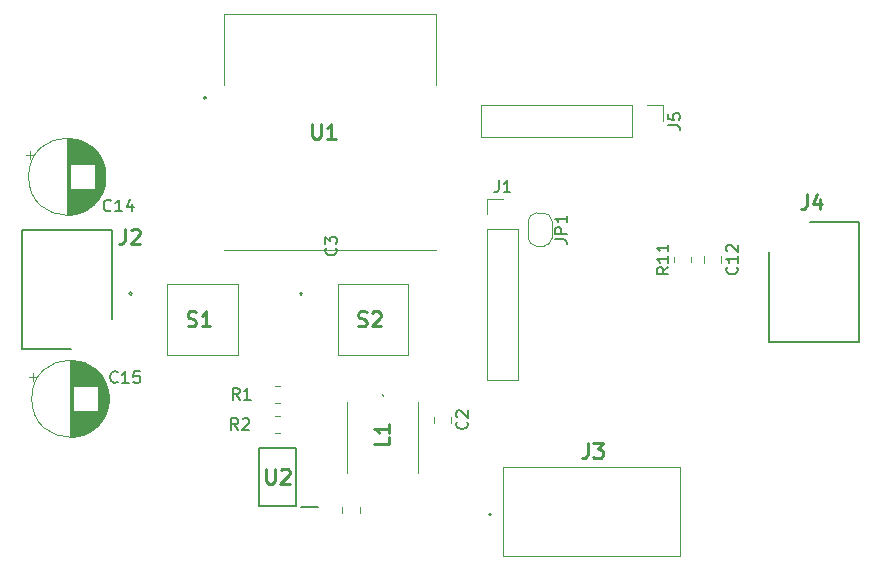
<source format=gbr>
%TF.GenerationSoftware,KiCad,Pcbnew,(5.1.8-0-10_14)*%
%TF.CreationDate,2021-08-05T18:18:29-06:00*%
%TF.ProjectId,ESP8266_Water_Sensor,45535038-3236-4365-9f57-617465725f53,rev?*%
%TF.SameCoordinates,Original*%
%TF.FileFunction,Legend,Top*%
%TF.FilePolarity,Positive*%
%FSLAX46Y46*%
G04 Gerber Fmt 4.6, Leading zero omitted, Abs format (unit mm)*
G04 Created by KiCad (PCBNEW (5.1.8-0-10_14)) date 2021-08-05 18:18:29*
%MOMM*%
%LPD*%
G01*
G04 APERTURE LIST*
%ADD10C,0.200000*%
%ADD11C,0.100000*%
%ADD12C,0.120000*%
%ADD13C,0.254000*%
%ADD14C,0.150000*%
G04 APERTURE END LIST*
D10*
%TO.C,U1*%
X132175000Y-85365000D02*
X132175000Y-85365000D01*
X132375000Y-85365000D02*
X132375000Y-85365000D01*
X132175000Y-85365000D02*
X132175000Y-85365000D01*
D11*
X151875000Y-84265000D02*
X151875000Y-78265000D01*
X151875000Y-84265000D02*
X151875000Y-84265000D01*
X151875000Y-78265000D02*
X151875000Y-84265000D01*
X151875000Y-78265000D02*
X151875000Y-78265000D01*
X133875000Y-78265000D02*
X133875000Y-84265000D01*
X133875000Y-78265000D02*
X133875000Y-78265000D01*
X133875000Y-84265000D02*
X133875000Y-78265000D01*
X133875000Y-84265000D02*
X133875000Y-84265000D01*
X151875000Y-98265000D02*
X151875000Y-98265000D01*
X133875000Y-98265000D02*
X151875000Y-98265000D01*
X133875000Y-98265000D02*
X133875000Y-98265000D01*
X151875000Y-98265000D02*
X133875000Y-98265000D01*
X133875000Y-78265000D02*
X133875000Y-78265000D01*
X151875000Y-78265000D02*
X133875000Y-78265000D01*
X151875000Y-78265000D02*
X151875000Y-78265000D01*
X133875000Y-78265000D02*
X151875000Y-78265000D01*
D10*
X132375000Y-85365000D02*
G75*
G02*
X132175000Y-85365000I-100000J0D01*
G01*
X132175000Y-85365000D02*
G75*
G02*
X132375000Y-85365000I100000J0D01*
G01*
X132375000Y-85365000D02*
G75*
G02*
X132175000Y-85365000I-100000J0D01*
G01*
D12*
%TO.C,C2*%
X153135000Y-112366248D02*
X153135000Y-112888752D01*
X151665000Y-112366248D02*
X151665000Y-112888752D01*
%TO.C,C3*%
X145388000Y-120539052D02*
X145388000Y-120016548D01*
X143918000Y-120539052D02*
X143918000Y-120016548D01*
%TO.C,C12*%
X175995000Y-98798748D02*
X175995000Y-99321252D01*
X174525000Y-98798748D02*
X174525000Y-99321252D01*
%TO.C,J1*%
X156150000Y-93920000D02*
X157480000Y-93920000D01*
X156150000Y-95250000D02*
X156150000Y-93920000D01*
X156150000Y-96520000D02*
X158810000Y-96520000D01*
X158810000Y-96520000D02*
X158810000Y-109280000D01*
X156150000Y-96520000D02*
X156150000Y-109280000D01*
X156150000Y-109280000D02*
X158810000Y-109280000D01*
D10*
%TO.C,J2*%
X124404000Y-104140000D02*
X124404000Y-96540000D01*
X124404000Y-96540000D02*
X116804000Y-96540000D01*
X116804000Y-96540000D02*
X116804000Y-106640000D01*
X116804000Y-106640000D02*
X120904000Y-106640000D01*
%TO.C,J4*%
X187615000Y-95925000D02*
X183515000Y-95925000D01*
X187615000Y-106025000D02*
X187615000Y-95925000D01*
X180015000Y-106025000D02*
X187615000Y-106025000D01*
X180015000Y-98425000D02*
X180015000Y-106025000D01*
D12*
%TO.C,J5*%
X155692800Y-86020600D02*
X155692800Y-88680600D01*
X168452800Y-86020600D02*
X155692800Y-86020600D01*
X168452800Y-88680600D02*
X155692800Y-88680600D01*
X168452800Y-86020600D02*
X168452800Y-88680600D01*
X169722800Y-86020600D02*
X171052800Y-86020600D01*
X171052800Y-86020600D02*
X171052800Y-87350600D01*
%TO.C,JP1*%
X160355000Y-95120000D02*
X160955000Y-95120000D01*
X159655000Y-97220000D02*
X159655000Y-95820000D01*
X160955000Y-97920000D02*
X160355000Y-97920000D01*
X161655000Y-95820000D02*
X161655000Y-97220000D01*
X160955000Y-95120000D02*
G75*
G02*
X161655000Y-95820000I0J-700000D01*
G01*
X159655000Y-95820000D02*
G75*
G02*
X160355000Y-95120000I700000J0D01*
G01*
X160355000Y-97920000D02*
G75*
G02*
X159655000Y-97220000I0J700000D01*
G01*
X161655000Y-97220000D02*
G75*
G02*
X160955000Y-97920000I-700000J0D01*
G01*
D11*
%TO.C,L1*%
X147320000Y-110510000D02*
X147320000Y-110510000D01*
X147320000Y-110610000D02*
X147320000Y-110610000D01*
X144320000Y-111110000D02*
X144320000Y-117110000D01*
X150320000Y-111110000D02*
X150320000Y-117110000D01*
X147320000Y-110510000D02*
G75*
G03*
X147320000Y-110610000I0J-50000D01*
G01*
X147320000Y-110610000D02*
G75*
G03*
X147320000Y-110510000I0J50000D01*
G01*
D12*
%TO.C,R1*%
X138657064Y-111225000D02*
X138202936Y-111225000D01*
X138657064Y-109755000D02*
X138202936Y-109755000D01*
%TO.C,R2*%
X138202936Y-112295000D02*
X138657064Y-112295000D01*
X138202936Y-113765000D02*
X138657064Y-113765000D01*
%TO.C,R11*%
X173455000Y-99287064D02*
X173455000Y-98832936D01*
X171985000Y-99287064D02*
X171985000Y-98832936D01*
D11*
%TO.C,S1*%
X129080000Y-101140000D02*
X135080000Y-101140000D01*
X135080000Y-101140000D02*
X135080000Y-107140000D01*
X135080000Y-107140000D02*
X129080000Y-107140000D01*
X129080000Y-107140000D02*
X129080000Y-101140000D01*
D10*
X125980000Y-101840000D02*
X125980000Y-101840000D01*
X125980000Y-102040000D02*
X125980000Y-102040000D01*
X125980000Y-101840000D02*
G75*
G03*
X125980000Y-102040000I0J-100000D01*
G01*
X125980000Y-102040000D02*
G75*
G03*
X125980000Y-101840000I0J100000D01*
G01*
%TO.C,S2*%
X140407200Y-102040000D02*
X140407200Y-102040000D01*
X140407200Y-101840000D02*
X140407200Y-101840000D01*
D11*
X143507200Y-107140000D02*
X143507200Y-101140000D01*
X149507200Y-107140000D02*
X143507200Y-107140000D01*
X149507200Y-101140000D02*
X149507200Y-107140000D01*
X143507200Y-101140000D02*
X149507200Y-101140000D01*
D10*
X140407200Y-102040000D02*
G75*
G03*
X140407200Y-101840000I0J100000D01*
G01*
X140407200Y-101840000D02*
G75*
G03*
X140407200Y-102040000I0J-100000D01*
G01*
%TO.C,U2*%
X141880000Y-120055000D02*
X140380000Y-120055000D01*
X140030000Y-115025000D02*
X140030000Y-119925000D01*
X136830000Y-115025000D02*
X140030000Y-115025000D01*
X136830000Y-119925000D02*
X136830000Y-115025000D01*
X140030000Y-119925000D02*
X136830000Y-119925000D01*
%TO.C,J3*%
X156320000Y-120650000D02*
X156320000Y-120650000D01*
X156520000Y-120650000D02*
X156520000Y-120650000D01*
D11*
X157520000Y-124150000D02*
X157520000Y-116650000D01*
X172520000Y-124150000D02*
X157520000Y-124150000D01*
X172520000Y-116650000D02*
X172520000Y-124150000D01*
X157520000Y-116650000D02*
X172520000Y-116650000D01*
D10*
X156320000Y-120650000D02*
G75*
G02*
X156520000Y-120650000I100000J0D01*
G01*
X156520000Y-120650000D02*
G75*
G02*
X156320000Y-120650000I-100000J0D01*
G01*
D12*
%TO.C,C14*%
X117433959Y-89895600D02*
X117433959Y-90525600D01*
X117118959Y-90210600D02*
X117748959Y-90210600D01*
X123860200Y-91647600D02*
X123860200Y-92451600D01*
X123820200Y-91416600D02*
X123820200Y-92682600D01*
X123780200Y-91247600D02*
X123780200Y-92851600D01*
X123740200Y-91109600D02*
X123740200Y-92989600D01*
X123700200Y-90990600D02*
X123700200Y-93108600D01*
X123660200Y-90884600D02*
X123660200Y-93214600D01*
X123620200Y-90787600D02*
X123620200Y-93311600D01*
X123580200Y-90699600D02*
X123580200Y-93399600D01*
X123540200Y-90617600D02*
X123540200Y-93481600D01*
X123500200Y-90540600D02*
X123500200Y-93558600D01*
X123460200Y-90468600D02*
X123460200Y-93630600D01*
X123420200Y-90399600D02*
X123420200Y-93699600D01*
X123380200Y-90335600D02*
X123380200Y-93763600D01*
X123340200Y-90273600D02*
X123340200Y-93825600D01*
X123300200Y-90215600D02*
X123300200Y-93883600D01*
X123260200Y-90159600D02*
X123260200Y-93939600D01*
X123220200Y-90105600D02*
X123220200Y-93993600D01*
X123180200Y-90054600D02*
X123180200Y-94044600D01*
X123140200Y-90005600D02*
X123140200Y-94093600D01*
X123100200Y-89957600D02*
X123100200Y-94141600D01*
X123060200Y-89912600D02*
X123060200Y-94186600D01*
X123020200Y-89867600D02*
X123020200Y-94231600D01*
X122980200Y-89825600D02*
X122980200Y-94273600D01*
X122940200Y-89784600D02*
X122940200Y-94314600D01*
X122900200Y-93089600D02*
X122900200Y-94354600D01*
X122900200Y-89744600D02*
X122900200Y-91009600D01*
X122860200Y-93089600D02*
X122860200Y-94392600D01*
X122860200Y-89706600D02*
X122860200Y-91009600D01*
X122820200Y-93089600D02*
X122820200Y-94429600D01*
X122820200Y-89669600D02*
X122820200Y-91009600D01*
X122780200Y-93089600D02*
X122780200Y-94465600D01*
X122780200Y-89633600D02*
X122780200Y-91009600D01*
X122740200Y-93089600D02*
X122740200Y-94499600D01*
X122740200Y-89599600D02*
X122740200Y-91009600D01*
X122700200Y-93089600D02*
X122700200Y-94533600D01*
X122700200Y-89565600D02*
X122700200Y-91009600D01*
X122660200Y-93089600D02*
X122660200Y-94565600D01*
X122660200Y-89533600D02*
X122660200Y-91009600D01*
X122620200Y-93089600D02*
X122620200Y-94597600D01*
X122620200Y-89501600D02*
X122620200Y-91009600D01*
X122580200Y-93089600D02*
X122580200Y-94627600D01*
X122580200Y-89471600D02*
X122580200Y-91009600D01*
X122540200Y-93089600D02*
X122540200Y-94656600D01*
X122540200Y-89442600D02*
X122540200Y-91009600D01*
X122500200Y-93089600D02*
X122500200Y-94685600D01*
X122500200Y-89413600D02*
X122500200Y-91009600D01*
X122460200Y-93089600D02*
X122460200Y-94713600D01*
X122460200Y-89385600D02*
X122460200Y-91009600D01*
X122420200Y-93089600D02*
X122420200Y-94739600D01*
X122420200Y-89359600D02*
X122420200Y-91009600D01*
X122380200Y-93089600D02*
X122380200Y-94765600D01*
X122380200Y-89333600D02*
X122380200Y-91009600D01*
X122340200Y-93089600D02*
X122340200Y-94791600D01*
X122340200Y-89307600D02*
X122340200Y-91009600D01*
X122300200Y-93089600D02*
X122300200Y-94815600D01*
X122300200Y-89283600D02*
X122300200Y-91009600D01*
X122260200Y-93089600D02*
X122260200Y-94839600D01*
X122260200Y-89259600D02*
X122260200Y-91009600D01*
X122220200Y-93089600D02*
X122220200Y-94861600D01*
X122220200Y-89237600D02*
X122220200Y-91009600D01*
X122180200Y-93089600D02*
X122180200Y-94883600D01*
X122180200Y-89215600D02*
X122180200Y-91009600D01*
X122140200Y-93089600D02*
X122140200Y-94905600D01*
X122140200Y-89193600D02*
X122140200Y-91009600D01*
X122100200Y-93089600D02*
X122100200Y-94925600D01*
X122100200Y-89173600D02*
X122100200Y-91009600D01*
X122060200Y-93089600D02*
X122060200Y-94945600D01*
X122060200Y-89153600D02*
X122060200Y-91009600D01*
X122020200Y-93089600D02*
X122020200Y-94965600D01*
X122020200Y-89133600D02*
X122020200Y-91009600D01*
X121980200Y-93089600D02*
X121980200Y-94983600D01*
X121980200Y-89115600D02*
X121980200Y-91009600D01*
X121940200Y-93089600D02*
X121940200Y-95001600D01*
X121940200Y-89097600D02*
X121940200Y-91009600D01*
X121900200Y-93089600D02*
X121900200Y-95019600D01*
X121900200Y-89079600D02*
X121900200Y-91009600D01*
X121860200Y-93089600D02*
X121860200Y-95035600D01*
X121860200Y-89063600D02*
X121860200Y-91009600D01*
X121820200Y-93089600D02*
X121820200Y-95051600D01*
X121820200Y-89047600D02*
X121820200Y-91009600D01*
X121780200Y-93089600D02*
X121780200Y-95067600D01*
X121780200Y-89031600D02*
X121780200Y-91009600D01*
X121740200Y-93089600D02*
X121740200Y-95082600D01*
X121740200Y-89016600D02*
X121740200Y-91009600D01*
X121700200Y-93089600D02*
X121700200Y-95096600D01*
X121700200Y-89002600D02*
X121700200Y-91009600D01*
X121660200Y-93089600D02*
X121660200Y-95110600D01*
X121660200Y-88988600D02*
X121660200Y-91009600D01*
X121620200Y-93089600D02*
X121620200Y-95123600D01*
X121620200Y-88975600D02*
X121620200Y-91009600D01*
X121580200Y-93089600D02*
X121580200Y-95135600D01*
X121580200Y-88963600D02*
X121580200Y-91009600D01*
X121540200Y-93089600D02*
X121540200Y-95147600D01*
X121540200Y-88951600D02*
X121540200Y-91009600D01*
X121500200Y-93089600D02*
X121500200Y-95159600D01*
X121500200Y-88939600D02*
X121500200Y-91009600D01*
X121460200Y-93089600D02*
X121460200Y-95170600D01*
X121460200Y-88928600D02*
X121460200Y-91009600D01*
X121420200Y-93089600D02*
X121420200Y-95180600D01*
X121420200Y-88918600D02*
X121420200Y-91009600D01*
X121380200Y-93089600D02*
X121380200Y-95190600D01*
X121380200Y-88908600D02*
X121380200Y-91009600D01*
X121340200Y-93089600D02*
X121340200Y-95199600D01*
X121340200Y-88899600D02*
X121340200Y-91009600D01*
X121299200Y-93089600D02*
X121299200Y-95208600D01*
X121299200Y-88890600D02*
X121299200Y-91009600D01*
X121259200Y-93089600D02*
X121259200Y-95216600D01*
X121259200Y-88882600D02*
X121259200Y-91009600D01*
X121219200Y-93089600D02*
X121219200Y-95224600D01*
X121219200Y-88874600D02*
X121219200Y-91009600D01*
X121179200Y-93089600D02*
X121179200Y-95231600D01*
X121179200Y-88867600D02*
X121179200Y-91009600D01*
X121139200Y-93089600D02*
X121139200Y-95238600D01*
X121139200Y-88860600D02*
X121139200Y-91009600D01*
X121099200Y-93089600D02*
X121099200Y-95244600D01*
X121099200Y-88854600D02*
X121099200Y-91009600D01*
X121059200Y-93089600D02*
X121059200Y-95250600D01*
X121059200Y-88848600D02*
X121059200Y-91009600D01*
X121019200Y-93089600D02*
X121019200Y-95255600D01*
X121019200Y-88843600D02*
X121019200Y-91009600D01*
X120979200Y-93089600D02*
X120979200Y-95260600D01*
X120979200Y-88838600D02*
X120979200Y-91009600D01*
X120939200Y-93089600D02*
X120939200Y-95264600D01*
X120939200Y-88834600D02*
X120939200Y-91009600D01*
X120899200Y-93089600D02*
X120899200Y-95267600D01*
X120899200Y-88831600D02*
X120899200Y-91009600D01*
X120859200Y-93089600D02*
X120859200Y-95271600D01*
X120859200Y-88827600D02*
X120859200Y-91009600D01*
X120819200Y-88825600D02*
X120819200Y-95273600D01*
X120779200Y-88822600D02*
X120779200Y-95276600D01*
X120739200Y-88821600D02*
X120739200Y-95277600D01*
X120699200Y-88819600D02*
X120699200Y-95279600D01*
X120659200Y-88819600D02*
X120659200Y-95279600D01*
X120619200Y-88819600D02*
X120619200Y-95279600D01*
X123889200Y-92049600D02*
G75*
G03*
X123889200Y-92049600I-3270000J0D01*
G01*
%TO.C,C15*%
X124154000Y-110845600D02*
G75*
G03*
X124154000Y-110845600I-3270000J0D01*
G01*
X120884000Y-107615600D02*
X120884000Y-114075600D01*
X120924000Y-107615600D02*
X120924000Y-114075600D01*
X120964000Y-107615600D02*
X120964000Y-114075600D01*
X121004000Y-107617600D02*
X121004000Y-114073600D01*
X121044000Y-107618600D02*
X121044000Y-114072600D01*
X121084000Y-107621600D02*
X121084000Y-114069600D01*
X121124000Y-107623600D02*
X121124000Y-109805600D01*
X121124000Y-111885600D02*
X121124000Y-114067600D01*
X121164000Y-107627600D02*
X121164000Y-109805600D01*
X121164000Y-111885600D02*
X121164000Y-114063600D01*
X121204000Y-107630600D02*
X121204000Y-109805600D01*
X121204000Y-111885600D02*
X121204000Y-114060600D01*
X121244000Y-107634600D02*
X121244000Y-109805600D01*
X121244000Y-111885600D02*
X121244000Y-114056600D01*
X121284000Y-107639600D02*
X121284000Y-109805600D01*
X121284000Y-111885600D02*
X121284000Y-114051600D01*
X121324000Y-107644600D02*
X121324000Y-109805600D01*
X121324000Y-111885600D02*
X121324000Y-114046600D01*
X121364000Y-107650600D02*
X121364000Y-109805600D01*
X121364000Y-111885600D02*
X121364000Y-114040600D01*
X121404000Y-107656600D02*
X121404000Y-109805600D01*
X121404000Y-111885600D02*
X121404000Y-114034600D01*
X121444000Y-107663600D02*
X121444000Y-109805600D01*
X121444000Y-111885600D02*
X121444000Y-114027600D01*
X121484000Y-107670600D02*
X121484000Y-109805600D01*
X121484000Y-111885600D02*
X121484000Y-114020600D01*
X121524000Y-107678600D02*
X121524000Y-109805600D01*
X121524000Y-111885600D02*
X121524000Y-114012600D01*
X121564000Y-107686600D02*
X121564000Y-109805600D01*
X121564000Y-111885600D02*
X121564000Y-114004600D01*
X121605000Y-107695600D02*
X121605000Y-109805600D01*
X121605000Y-111885600D02*
X121605000Y-113995600D01*
X121645000Y-107704600D02*
X121645000Y-109805600D01*
X121645000Y-111885600D02*
X121645000Y-113986600D01*
X121685000Y-107714600D02*
X121685000Y-109805600D01*
X121685000Y-111885600D02*
X121685000Y-113976600D01*
X121725000Y-107724600D02*
X121725000Y-109805600D01*
X121725000Y-111885600D02*
X121725000Y-113966600D01*
X121765000Y-107735600D02*
X121765000Y-109805600D01*
X121765000Y-111885600D02*
X121765000Y-113955600D01*
X121805000Y-107747600D02*
X121805000Y-109805600D01*
X121805000Y-111885600D02*
X121805000Y-113943600D01*
X121845000Y-107759600D02*
X121845000Y-109805600D01*
X121845000Y-111885600D02*
X121845000Y-113931600D01*
X121885000Y-107771600D02*
X121885000Y-109805600D01*
X121885000Y-111885600D02*
X121885000Y-113919600D01*
X121925000Y-107784600D02*
X121925000Y-109805600D01*
X121925000Y-111885600D02*
X121925000Y-113906600D01*
X121965000Y-107798600D02*
X121965000Y-109805600D01*
X121965000Y-111885600D02*
X121965000Y-113892600D01*
X122005000Y-107812600D02*
X122005000Y-109805600D01*
X122005000Y-111885600D02*
X122005000Y-113878600D01*
X122045000Y-107827600D02*
X122045000Y-109805600D01*
X122045000Y-111885600D02*
X122045000Y-113863600D01*
X122085000Y-107843600D02*
X122085000Y-109805600D01*
X122085000Y-111885600D02*
X122085000Y-113847600D01*
X122125000Y-107859600D02*
X122125000Y-109805600D01*
X122125000Y-111885600D02*
X122125000Y-113831600D01*
X122165000Y-107875600D02*
X122165000Y-109805600D01*
X122165000Y-111885600D02*
X122165000Y-113815600D01*
X122205000Y-107893600D02*
X122205000Y-109805600D01*
X122205000Y-111885600D02*
X122205000Y-113797600D01*
X122245000Y-107911600D02*
X122245000Y-109805600D01*
X122245000Y-111885600D02*
X122245000Y-113779600D01*
X122285000Y-107929600D02*
X122285000Y-109805600D01*
X122285000Y-111885600D02*
X122285000Y-113761600D01*
X122325000Y-107949600D02*
X122325000Y-109805600D01*
X122325000Y-111885600D02*
X122325000Y-113741600D01*
X122365000Y-107969600D02*
X122365000Y-109805600D01*
X122365000Y-111885600D02*
X122365000Y-113721600D01*
X122405000Y-107989600D02*
X122405000Y-109805600D01*
X122405000Y-111885600D02*
X122405000Y-113701600D01*
X122445000Y-108011600D02*
X122445000Y-109805600D01*
X122445000Y-111885600D02*
X122445000Y-113679600D01*
X122485000Y-108033600D02*
X122485000Y-109805600D01*
X122485000Y-111885600D02*
X122485000Y-113657600D01*
X122525000Y-108055600D02*
X122525000Y-109805600D01*
X122525000Y-111885600D02*
X122525000Y-113635600D01*
X122565000Y-108079600D02*
X122565000Y-109805600D01*
X122565000Y-111885600D02*
X122565000Y-113611600D01*
X122605000Y-108103600D02*
X122605000Y-109805600D01*
X122605000Y-111885600D02*
X122605000Y-113587600D01*
X122645000Y-108129600D02*
X122645000Y-109805600D01*
X122645000Y-111885600D02*
X122645000Y-113561600D01*
X122685000Y-108155600D02*
X122685000Y-109805600D01*
X122685000Y-111885600D02*
X122685000Y-113535600D01*
X122725000Y-108181600D02*
X122725000Y-109805600D01*
X122725000Y-111885600D02*
X122725000Y-113509600D01*
X122765000Y-108209600D02*
X122765000Y-109805600D01*
X122765000Y-111885600D02*
X122765000Y-113481600D01*
X122805000Y-108238600D02*
X122805000Y-109805600D01*
X122805000Y-111885600D02*
X122805000Y-113452600D01*
X122845000Y-108267600D02*
X122845000Y-109805600D01*
X122845000Y-111885600D02*
X122845000Y-113423600D01*
X122885000Y-108297600D02*
X122885000Y-109805600D01*
X122885000Y-111885600D02*
X122885000Y-113393600D01*
X122925000Y-108329600D02*
X122925000Y-109805600D01*
X122925000Y-111885600D02*
X122925000Y-113361600D01*
X122965000Y-108361600D02*
X122965000Y-109805600D01*
X122965000Y-111885600D02*
X122965000Y-113329600D01*
X123005000Y-108395600D02*
X123005000Y-109805600D01*
X123005000Y-111885600D02*
X123005000Y-113295600D01*
X123045000Y-108429600D02*
X123045000Y-109805600D01*
X123045000Y-111885600D02*
X123045000Y-113261600D01*
X123085000Y-108465600D02*
X123085000Y-109805600D01*
X123085000Y-111885600D02*
X123085000Y-113225600D01*
X123125000Y-108502600D02*
X123125000Y-109805600D01*
X123125000Y-111885600D02*
X123125000Y-113188600D01*
X123165000Y-108540600D02*
X123165000Y-109805600D01*
X123165000Y-111885600D02*
X123165000Y-113150600D01*
X123205000Y-108580600D02*
X123205000Y-113110600D01*
X123245000Y-108621600D02*
X123245000Y-113069600D01*
X123285000Y-108663600D02*
X123285000Y-113027600D01*
X123325000Y-108708600D02*
X123325000Y-112982600D01*
X123365000Y-108753600D02*
X123365000Y-112937600D01*
X123405000Y-108801600D02*
X123405000Y-112889600D01*
X123445000Y-108850600D02*
X123445000Y-112840600D01*
X123485000Y-108901600D02*
X123485000Y-112789600D01*
X123525000Y-108955600D02*
X123525000Y-112735600D01*
X123565000Y-109011600D02*
X123565000Y-112679600D01*
X123605000Y-109069600D02*
X123605000Y-112621600D01*
X123645000Y-109131600D02*
X123645000Y-112559600D01*
X123685000Y-109195600D02*
X123685000Y-112495600D01*
X123725000Y-109264600D02*
X123725000Y-112426600D01*
X123765000Y-109336600D02*
X123765000Y-112354600D01*
X123805000Y-109413600D02*
X123805000Y-112277600D01*
X123845000Y-109495600D02*
X123845000Y-112195600D01*
X123885000Y-109583600D02*
X123885000Y-112107600D01*
X123925000Y-109680600D02*
X123925000Y-112010600D01*
X123965000Y-109786600D02*
X123965000Y-111904600D01*
X124005000Y-109905600D02*
X124005000Y-111785600D01*
X124045000Y-110043600D02*
X124045000Y-111647600D01*
X124085000Y-110212600D02*
X124085000Y-111478600D01*
X124125000Y-110443600D02*
X124125000Y-111247600D01*
X117383759Y-109006600D02*
X118013759Y-109006600D01*
X117698759Y-108691600D02*
X117698759Y-109321600D01*
%TO.C,U1*%
D13*
X141357380Y-87569523D02*
X141357380Y-88597619D01*
X141417857Y-88718571D01*
X141478333Y-88779047D01*
X141599285Y-88839523D01*
X141841190Y-88839523D01*
X141962142Y-88779047D01*
X142022619Y-88718571D01*
X142083095Y-88597619D01*
X142083095Y-87569523D01*
X143353095Y-88839523D02*
X142627380Y-88839523D01*
X142990238Y-88839523D02*
X142990238Y-87569523D01*
X142869285Y-87750952D01*
X142748333Y-87871904D01*
X142627380Y-87932380D01*
%TO.C,C2*%
D14*
X154437142Y-112794166D02*
X154484761Y-112841785D01*
X154532380Y-112984642D01*
X154532380Y-113079880D01*
X154484761Y-113222738D01*
X154389523Y-113317976D01*
X154294285Y-113365595D01*
X154103809Y-113413214D01*
X153960952Y-113413214D01*
X153770476Y-113365595D01*
X153675238Y-113317976D01*
X153580000Y-113222738D01*
X153532380Y-113079880D01*
X153532380Y-112984642D01*
X153580000Y-112841785D01*
X153627619Y-112794166D01*
X153627619Y-112413214D02*
X153580000Y-112365595D01*
X153532380Y-112270357D01*
X153532380Y-112032261D01*
X153580000Y-111937023D01*
X153627619Y-111889404D01*
X153722857Y-111841785D01*
X153818095Y-111841785D01*
X153960952Y-111889404D01*
X154532380Y-112460833D01*
X154532380Y-111841785D01*
%TO.C,C3*%
X143359142Y-98083666D02*
X143406761Y-98131285D01*
X143454380Y-98274142D01*
X143454380Y-98369380D01*
X143406761Y-98512238D01*
X143311523Y-98607476D01*
X143216285Y-98655095D01*
X143025809Y-98702714D01*
X142882952Y-98702714D01*
X142692476Y-98655095D01*
X142597238Y-98607476D01*
X142502000Y-98512238D01*
X142454380Y-98369380D01*
X142454380Y-98274142D01*
X142502000Y-98131285D01*
X142549619Y-98083666D01*
X142454380Y-97750333D02*
X142454380Y-97131285D01*
X142835333Y-97464619D01*
X142835333Y-97321761D01*
X142882952Y-97226523D01*
X142930571Y-97178904D01*
X143025809Y-97131285D01*
X143263904Y-97131285D01*
X143359142Y-97178904D01*
X143406761Y-97226523D01*
X143454380Y-97321761D01*
X143454380Y-97607476D01*
X143406761Y-97702714D01*
X143359142Y-97750333D01*
%TO.C,C12*%
X177297142Y-99702857D02*
X177344761Y-99750476D01*
X177392380Y-99893333D01*
X177392380Y-99988571D01*
X177344761Y-100131428D01*
X177249523Y-100226666D01*
X177154285Y-100274285D01*
X176963809Y-100321904D01*
X176820952Y-100321904D01*
X176630476Y-100274285D01*
X176535238Y-100226666D01*
X176440000Y-100131428D01*
X176392380Y-99988571D01*
X176392380Y-99893333D01*
X176440000Y-99750476D01*
X176487619Y-99702857D01*
X177392380Y-98750476D02*
X177392380Y-99321904D01*
X177392380Y-99036190D02*
X176392380Y-99036190D01*
X176535238Y-99131428D01*
X176630476Y-99226666D01*
X176678095Y-99321904D01*
X176487619Y-98369523D02*
X176440000Y-98321904D01*
X176392380Y-98226666D01*
X176392380Y-97988571D01*
X176440000Y-97893333D01*
X176487619Y-97845714D01*
X176582857Y-97798095D01*
X176678095Y-97798095D01*
X176820952Y-97845714D01*
X177392380Y-98417142D01*
X177392380Y-97798095D01*
%TO.C,J1*%
X157146666Y-92372380D02*
X157146666Y-93086666D01*
X157099047Y-93229523D01*
X157003809Y-93324761D01*
X156860952Y-93372380D01*
X156765714Y-93372380D01*
X158146666Y-93372380D02*
X157575238Y-93372380D01*
X157860952Y-93372380D02*
X157860952Y-92372380D01*
X157765714Y-92515238D01*
X157670476Y-92610476D01*
X157575238Y-92658095D01*
%TO.C,J2*%
D13*
X125509866Y-96484923D02*
X125509866Y-97392066D01*
X125449390Y-97573495D01*
X125328438Y-97694447D01*
X125147009Y-97754923D01*
X125026057Y-97754923D01*
X126054152Y-96605876D02*
X126114628Y-96545400D01*
X126235580Y-96484923D01*
X126537961Y-96484923D01*
X126658914Y-96545400D01*
X126719390Y-96605876D01*
X126779866Y-96726828D01*
X126779866Y-96847780D01*
X126719390Y-97029209D01*
X125993676Y-97754923D01*
X126779866Y-97754923D01*
%TO.C,J4*%
X183218666Y-93538523D02*
X183218666Y-94445666D01*
X183158190Y-94627095D01*
X183037238Y-94748047D01*
X182855809Y-94808523D01*
X182734857Y-94808523D01*
X184367714Y-93961857D02*
X184367714Y-94808523D01*
X184065333Y-93478047D02*
X183762952Y-94385190D01*
X184549142Y-94385190D01*
%TO.C,J5*%
D14*
X171505180Y-87683933D02*
X172219466Y-87683933D01*
X172362323Y-87731552D01*
X172457561Y-87826790D01*
X172505180Y-87969647D01*
X172505180Y-88064885D01*
X171505180Y-86731552D02*
X171505180Y-87207742D01*
X171981371Y-87255361D01*
X171933752Y-87207742D01*
X171886133Y-87112504D01*
X171886133Y-86874409D01*
X171933752Y-86779171D01*
X171981371Y-86731552D01*
X172076609Y-86683933D01*
X172314704Y-86683933D01*
X172409942Y-86731552D01*
X172457561Y-86779171D01*
X172505180Y-86874409D01*
X172505180Y-87112504D01*
X172457561Y-87207742D01*
X172409942Y-87255361D01*
%TO.C,JP1*%
X161907380Y-97353333D02*
X162621666Y-97353333D01*
X162764523Y-97400952D01*
X162859761Y-97496190D01*
X162907380Y-97639047D01*
X162907380Y-97734285D01*
X162907380Y-96877142D02*
X161907380Y-96877142D01*
X161907380Y-96496190D01*
X161955000Y-96400952D01*
X162002619Y-96353333D01*
X162097857Y-96305714D01*
X162240714Y-96305714D01*
X162335952Y-96353333D01*
X162383571Y-96400952D01*
X162431190Y-96496190D01*
X162431190Y-96877142D01*
X162907380Y-95353333D02*
X162907380Y-95924761D01*
X162907380Y-95639047D02*
X161907380Y-95639047D01*
X162050238Y-95734285D01*
X162145476Y-95829523D01*
X162193095Y-95924761D01*
%TO.C,L1*%
D13*
X147894523Y-114096666D02*
X147894523Y-114701428D01*
X146624523Y-114701428D01*
X147894523Y-113008095D02*
X147894523Y-113733809D01*
X147894523Y-113370952D02*
X146624523Y-113370952D01*
X146805952Y-113491904D01*
X146926904Y-113612857D01*
X146987380Y-113733809D01*
%TO.C,R1*%
D14*
X135215333Y-110942380D02*
X134882000Y-110466190D01*
X134643904Y-110942380D02*
X134643904Y-109942380D01*
X135024857Y-109942380D01*
X135120095Y-109990000D01*
X135167714Y-110037619D01*
X135215333Y-110132857D01*
X135215333Y-110275714D01*
X135167714Y-110370952D01*
X135120095Y-110418571D01*
X135024857Y-110466190D01*
X134643904Y-110466190D01*
X136167714Y-110942380D02*
X135596285Y-110942380D01*
X135882000Y-110942380D02*
X135882000Y-109942380D01*
X135786761Y-110085238D01*
X135691523Y-110180476D01*
X135596285Y-110228095D01*
%TO.C,R2*%
X135088333Y-113482380D02*
X134755000Y-113006190D01*
X134516904Y-113482380D02*
X134516904Y-112482380D01*
X134897857Y-112482380D01*
X134993095Y-112530000D01*
X135040714Y-112577619D01*
X135088333Y-112672857D01*
X135088333Y-112815714D01*
X135040714Y-112910952D01*
X134993095Y-112958571D01*
X134897857Y-113006190D01*
X134516904Y-113006190D01*
X135469285Y-112577619D02*
X135516904Y-112530000D01*
X135612142Y-112482380D01*
X135850238Y-112482380D01*
X135945476Y-112530000D01*
X135993095Y-112577619D01*
X136040714Y-112672857D01*
X136040714Y-112768095D01*
X135993095Y-112910952D01*
X135421666Y-113482380D01*
X136040714Y-113482380D01*
%TO.C,R11*%
X171522380Y-99702857D02*
X171046190Y-100036190D01*
X171522380Y-100274285D02*
X170522380Y-100274285D01*
X170522380Y-99893333D01*
X170570000Y-99798095D01*
X170617619Y-99750476D01*
X170712857Y-99702857D01*
X170855714Y-99702857D01*
X170950952Y-99750476D01*
X170998571Y-99798095D01*
X171046190Y-99893333D01*
X171046190Y-100274285D01*
X171522380Y-98750476D02*
X171522380Y-99321904D01*
X171522380Y-99036190D02*
X170522380Y-99036190D01*
X170665238Y-99131428D01*
X170760476Y-99226666D01*
X170808095Y-99321904D01*
X171522380Y-97798095D02*
X171522380Y-98369523D01*
X171522380Y-98083809D02*
X170522380Y-98083809D01*
X170665238Y-98179047D01*
X170760476Y-98274285D01*
X170808095Y-98369523D01*
%TO.C,S1*%
D13*
X130812380Y-104654047D02*
X130993809Y-104714523D01*
X131296190Y-104714523D01*
X131417142Y-104654047D01*
X131477619Y-104593571D01*
X131538095Y-104472619D01*
X131538095Y-104351666D01*
X131477619Y-104230714D01*
X131417142Y-104170238D01*
X131296190Y-104109761D01*
X131054285Y-104049285D01*
X130933333Y-103988809D01*
X130872857Y-103928333D01*
X130812380Y-103807380D01*
X130812380Y-103686428D01*
X130872857Y-103565476D01*
X130933333Y-103505000D01*
X131054285Y-103444523D01*
X131356666Y-103444523D01*
X131538095Y-103505000D01*
X132747619Y-104714523D02*
X132021904Y-104714523D01*
X132384761Y-104714523D02*
X132384761Y-103444523D01*
X132263809Y-103625952D01*
X132142857Y-103746904D01*
X132021904Y-103807380D01*
%TO.C,S2*%
X145239580Y-104654047D02*
X145421009Y-104714523D01*
X145723390Y-104714523D01*
X145844342Y-104654047D01*
X145904819Y-104593571D01*
X145965295Y-104472619D01*
X145965295Y-104351666D01*
X145904819Y-104230714D01*
X145844342Y-104170238D01*
X145723390Y-104109761D01*
X145481485Y-104049285D01*
X145360533Y-103988809D01*
X145300057Y-103928333D01*
X145239580Y-103807380D01*
X145239580Y-103686428D01*
X145300057Y-103565476D01*
X145360533Y-103505000D01*
X145481485Y-103444523D01*
X145783866Y-103444523D01*
X145965295Y-103505000D01*
X146449104Y-103565476D02*
X146509580Y-103505000D01*
X146630533Y-103444523D01*
X146932914Y-103444523D01*
X147053866Y-103505000D01*
X147114342Y-103565476D01*
X147174819Y-103686428D01*
X147174819Y-103807380D01*
X147114342Y-103988809D01*
X146388628Y-104714523D01*
X147174819Y-104714523D01*
%TO.C,U2*%
X137462380Y-116779523D02*
X137462380Y-117807619D01*
X137522857Y-117928571D01*
X137583333Y-117989047D01*
X137704285Y-118049523D01*
X137946190Y-118049523D01*
X138067142Y-117989047D01*
X138127619Y-117928571D01*
X138188095Y-117807619D01*
X138188095Y-116779523D01*
X138732380Y-116900476D02*
X138792857Y-116840000D01*
X138913809Y-116779523D01*
X139216190Y-116779523D01*
X139337142Y-116840000D01*
X139397619Y-116900476D01*
X139458095Y-117021428D01*
X139458095Y-117142380D01*
X139397619Y-117323809D01*
X138671904Y-118049523D01*
X139458095Y-118049523D01*
%TO.C,J3*%
X164676666Y-114620523D02*
X164676666Y-115527666D01*
X164616190Y-115709095D01*
X164495238Y-115830047D01*
X164313809Y-115890523D01*
X164192857Y-115890523D01*
X165160476Y-114620523D02*
X165946666Y-114620523D01*
X165523333Y-115104333D01*
X165704761Y-115104333D01*
X165825714Y-115164809D01*
X165886190Y-115225285D01*
X165946666Y-115346238D01*
X165946666Y-115648619D01*
X165886190Y-115769571D01*
X165825714Y-115830047D01*
X165704761Y-115890523D01*
X165341904Y-115890523D01*
X165220952Y-115830047D01*
X165160476Y-115769571D01*
%TO.C,C14*%
D14*
X124325142Y-94895942D02*
X124277523Y-94943561D01*
X124134666Y-94991180D01*
X124039428Y-94991180D01*
X123896571Y-94943561D01*
X123801333Y-94848323D01*
X123753714Y-94753085D01*
X123706095Y-94562609D01*
X123706095Y-94419752D01*
X123753714Y-94229276D01*
X123801333Y-94134038D01*
X123896571Y-94038800D01*
X124039428Y-93991180D01*
X124134666Y-93991180D01*
X124277523Y-94038800D01*
X124325142Y-94086419D01*
X125277523Y-94991180D02*
X124706095Y-94991180D01*
X124991809Y-94991180D02*
X124991809Y-93991180D01*
X124896571Y-94134038D01*
X124801333Y-94229276D01*
X124706095Y-94276895D01*
X126134666Y-94324514D02*
X126134666Y-94991180D01*
X125896571Y-93943561D02*
X125658476Y-94657847D01*
X126277523Y-94657847D01*
%TO.C,C15*%
X124883942Y-109424742D02*
X124836323Y-109472361D01*
X124693466Y-109519980D01*
X124598228Y-109519980D01*
X124455371Y-109472361D01*
X124360133Y-109377123D01*
X124312514Y-109281885D01*
X124264895Y-109091409D01*
X124264895Y-108948552D01*
X124312514Y-108758076D01*
X124360133Y-108662838D01*
X124455371Y-108567600D01*
X124598228Y-108519980D01*
X124693466Y-108519980D01*
X124836323Y-108567600D01*
X124883942Y-108615219D01*
X125836323Y-109519980D02*
X125264895Y-109519980D01*
X125550609Y-109519980D02*
X125550609Y-108519980D01*
X125455371Y-108662838D01*
X125360133Y-108758076D01*
X125264895Y-108805695D01*
X126741085Y-108519980D02*
X126264895Y-108519980D01*
X126217276Y-108996171D01*
X126264895Y-108948552D01*
X126360133Y-108900933D01*
X126598228Y-108900933D01*
X126693466Y-108948552D01*
X126741085Y-108996171D01*
X126788704Y-109091409D01*
X126788704Y-109329504D01*
X126741085Y-109424742D01*
X126693466Y-109472361D01*
X126598228Y-109519980D01*
X126360133Y-109519980D01*
X126264895Y-109472361D01*
X126217276Y-109424742D01*
%TD*%
M02*

</source>
